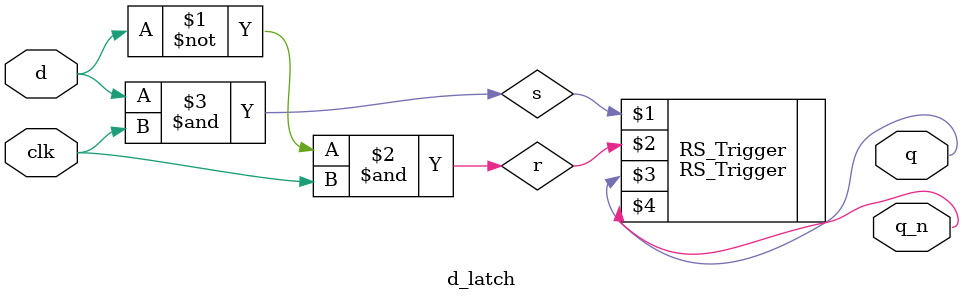
<source format=v>
module d_latch
(
	input clk,
	input d,
	output q,
	output q_n
);
	wire r = ~d & clk;
	wire s = d & clk;

	RS_Trigger RS_Trigger (s, r, q, q_n);
endmodule


</source>
